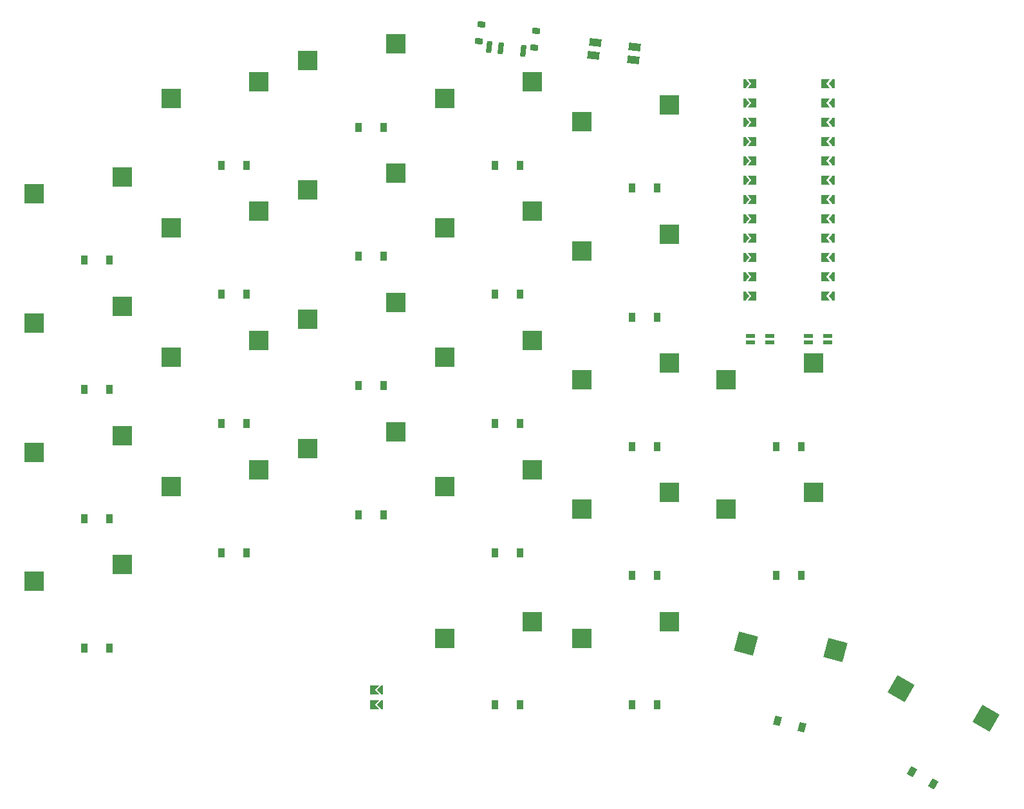
<source format=gbr>
%TF.GenerationSoftware,KiCad,Pcbnew,8.0.5-dirty*%
%TF.CreationDate,2024-10-12T09:21:06-05:00*%
%TF.ProjectId,sweeppp,73776565-7070-4702-9e6b-696361645f70,v1.0.0*%
%TF.SameCoordinates,Original*%
%TF.FileFunction,Paste,Top*%
%TF.FilePolarity,Positive*%
%FSLAX46Y46*%
G04 Gerber Fmt 4.6, Leading zero omitted, Abs format (unit mm)*
G04 Created by KiCad (PCBNEW 8.0.5-dirty) date 2024-10-12 09:21:06*
%MOMM*%
%LPD*%
G01*
G04 APERTURE LIST*
G04 Aperture macros list*
%AMRotRect*
0 Rectangle, with rotation*
0 The origin of the aperture is its center*
0 $1 length*
0 $2 width*
0 $3 Rotation angle, in degrees counterclockwise*
0 Add horizontal line*
21,1,$1,$2,0,0,$3*%
%AMFreePoly0*
4,1,6,0.250000,0.000000,-0.250000,-0.625000,-0.500000,-0.625000,-0.500000,0.625000,-0.250000,0.625000,0.250000,0.000000,0.250000,0.000000,$1*%
%AMFreePoly1*
4,1,6,0.500000,-0.625000,-0.650000,-0.625000,-0.150000,0.000000,-0.650000,0.625000,0.500000,0.625000,0.500000,-0.625000,0.500000,-0.625000,$1*%
%AMFreePoly2*
4,1,6,0.600000,-1.000000,0.000000,-0.400000,-0.600000,-1.000000,-0.600000,0.250000,0.600000,0.250000,0.600000,-1.000000,0.600000,-1.000000,$1*%
%AMFreePoly3*
4,1,6,0.600000,-0.200000,0.600000,-0.400000,-0.600000,-0.400000,-0.600000,-0.200000,0.000000,0.400000,0.600000,-0.200000,0.600000,-0.200000,$1*%
G04 Aperture macros list end*
%ADD10R,2.600000X2.600000*%
%ADD11R,0.900000X1.200000*%
%ADD12RotRect,0.900000X1.200000X345.000000*%
%ADD13RotRect,0.900000X1.200000X330.000000*%
%ADD14FreePoly0,180.000000*%
%ADD15FreePoly0,0.000000*%
%ADD16FreePoly1,180.000000*%
%ADD17FreePoly1,0.000000*%
%ADD18RotRect,2.600000X2.600000X345.000000*%
%ADD19R,1.200000X0.600000*%
%ADD20RotRect,2.600000X2.600000X330.000000*%
%ADD21FreePoly2,90.000000*%
%ADD22FreePoly3,90.000000*%
%ADD23RotRect,1.550000X1.000000X173.300000*%
%ADD24RotRect,1.000000X0.800000X173.300000*%
%ADD25RotRect,0.700000X1.500000X173.300000*%
G04 APERTURE END LIST*
D10*
%TO.C,S1*%
X100868928Y-90900575D03*
X89318928Y-93100575D03*
%TD*%
%TO.C,S23*%
X154868928Y-98400576D03*
X143318928Y-100600576D03*
%TD*%
%TO.C,S6*%
X118868928Y-61400574D03*
X107318928Y-63600574D03*
%TD*%
D11*
%TO.C,D18*%
X167943928Y-75350573D03*
X171243928Y-75350575D03*
%TD*%
D10*
%TO.C,S18*%
X172868926Y-64400576D03*
X161318926Y-66600576D03*
%TD*%
%TO.C,S15*%
X154868927Y-44400575D03*
X143318927Y-46600575D03*
%TD*%
D12*
%TO.C,D25*%
X187086193Y-111461463D03*
X190273749Y-112315563D03*
%TD*%
D11*
%TO.C,D17*%
X167943927Y-92350574D03*
X171243927Y-92350576D03*
%TD*%
D10*
%TO.C,S14*%
X154868927Y-61400576D03*
X143318927Y-63600576D03*
%TD*%
D13*
%TO.C,D26*%
X204747803Y-118112521D03*
X207605689Y-119762521D03*
%TD*%
D11*
%TO.C,D21*%
X186943929Y-92350574D03*
X190243929Y-92350576D03*
%TD*%
D10*
%TO.C,S7*%
X118868927Y-44400574D03*
X107318927Y-46600574D03*
%TD*%
D11*
%TO.C,D8*%
X113943927Y-38350574D03*
X117243927Y-38350576D03*
%TD*%
D10*
%TO.C,S13*%
X154868927Y-78400576D03*
X143318927Y-80600576D03*
%TD*%
D11*
%TO.C,D11*%
X131943928Y-50350575D03*
X135243928Y-50350577D03*
%TD*%
D14*
%TO.C,MCU1*%
X194093925Y-27650574D03*
X194093925Y-30190574D03*
X194093925Y-32730574D03*
X194093925Y-35270574D03*
X194093925Y-37810574D03*
X194093925Y-40350574D03*
X194093925Y-42890574D03*
X194093925Y-45430574D03*
X194093925Y-47970575D03*
X194093925Y-50510574D03*
X194093925Y-53050574D03*
X194093925Y-55590574D03*
D15*
X183093925Y-55590574D03*
X183093925Y-53050574D03*
X183093925Y-50510574D03*
X183093925Y-47970574D03*
X183093925Y-45430574D03*
X183093925Y-42890574D03*
X183093925Y-40350574D03*
X183093925Y-37810574D03*
X183093925Y-35270574D03*
X183093925Y-32730573D03*
X183093925Y-30190574D03*
X183093925Y-27650574D03*
D16*
X193368925Y-27650574D03*
X193368925Y-30190575D03*
X193368925Y-32730574D03*
X193368927Y-35270574D03*
X193368924Y-37810573D03*
X193368925Y-40350574D03*
X193368924Y-42890575D03*
X193368925Y-45430574D03*
X193368925Y-47970574D03*
X193368925Y-50510573D03*
X193368926Y-53050574D03*
X193368926Y-55590574D03*
D17*
X183818924Y-55590574D03*
X183818925Y-53050574D03*
X183818925Y-50510573D03*
X183818925Y-47970574D03*
X183818923Y-45430574D03*
X183818926Y-42890575D03*
X183818925Y-40350574D03*
X183818926Y-37810573D03*
X183818925Y-35270574D03*
X183818925Y-32730574D03*
X183818925Y-30190575D03*
X183818924Y-27650574D03*
%TD*%
D10*
%TO.C,S24*%
X172868929Y-98400576D03*
X161318929Y-100600576D03*
%TD*%
%TO.C,S5*%
X118868927Y-78400574D03*
X107318927Y-80600574D03*
%TD*%
%TO.C,S17*%
X172868929Y-81400576D03*
X161318929Y-83600576D03*
%TD*%
%TO.C,S3*%
X100868929Y-56900576D03*
X89318929Y-59100576D03*
%TD*%
D11*
%TO.C,D1*%
X95943927Y-101850574D03*
X99243927Y-101850576D03*
%TD*%
%TO.C,D12*%
X131943928Y-33350574D03*
X135243928Y-33350576D03*
%TD*%
%TO.C,D2*%
X95943929Y-84850576D03*
X99243929Y-84850578D03*
%TD*%
D10*
%TO.C,S2*%
X100868928Y-73900576D03*
X89318928Y-76100576D03*
%TD*%
D11*
%TO.C,D22*%
X186943927Y-75350573D03*
X190243927Y-75350575D03*
%TD*%
%TO.C,D7*%
X113943928Y-55350573D03*
X117243928Y-55350575D03*
%TD*%
%TO.C,D13*%
X149943927Y-89350575D03*
X153243927Y-89350577D03*
%TD*%
D10*
%TO.C,S12*%
X136868927Y-22400576D03*
X125318927Y-24600576D03*
%TD*%
D11*
%TO.C,D5*%
X113943926Y-89350574D03*
X117243926Y-89350576D03*
%TD*%
D18*
%TO.C,S25*%
X194677444Y-102159258D03*
X182951599Y-101294935D03*
%TD*%
D10*
%TO.C,S20*%
X172868928Y-30400575D03*
X161318928Y-32600575D03*
%TD*%
%TO.C,S9*%
X136868926Y-73400577D03*
X125318926Y-75600577D03*
%TD*%
D19*
%TO.C,DISP1*%
X183513929Y-61700573D03*
X186053929Y-61700573D03*
X191133928Y-61700573D03*
X193673928Y-61700572D03*
X183513928Y-60800574D03*
X186053928Y-60800573D03*
X191133928Y-60800574D03*
X193673928Y-60800573D03*
%TD*%
D10*
%TO.C,S4*%
X100868925Y-39900576D03*
X89318925Y-42100576D03*
%TD*%
%TO.C,S10*%
X136868928Y-56400573D03*
X125318928Y-58600573D03*
%TD*%
%TO.C,S8*%
X118868928Y-27400576D03*
X107318928Y-29600576D03*
%TD*%
D11*
%TO.C,D4*%
X95943927Y-50850576D03*
X99243927Y-50850578D03*
%TD*%
%TO.C,D19*%
X167943926Y-58350574D03*
X171243926Y-58350576D03*
%TD*%
D10*
%TO.C,S21*%
X191868927Y-81400574D03*
X180318927Y-83600574D03*
%TD*%
D20*
%TO.C,S26*%
X214487975Y-111092045D03*
X203385380Y-107222301D03*
%TD*%
D11*
%TO.C,D6*%
X113943928Y-72350574D03*
X117243928Y-72350576D03*
%TD*%
D10*
%TO.C,S19*%
X172868926Y-47400574D03*
X161318926Y-49600574D03*
%TD*%
D11*
%TO.C,D24*%
X167943929Y-109350574D03*
X171243929Y-109350576D03*
%TD*%
D10*
%TO.C,S16*%
X154868929Y-27400576D03*
X143318929Y-29600576D03*
%TD*%
D11*
%TO.C,D23*%
X149943927Y-109350574D03*
X153243927Y-109350576D03*
%TD*%
%TO.C,D14*%
X149943927Y-72350573D03*
X153243927Y-72350575D03*
%TD*%
%TO.C,D3*%
X95943928Y-67850574D03*
X99243928Y-67850576D03*
%TD*%
D10*
%TO.C,S22*%
X191868928Y-64400573D03*
X180318928Y-66600573D03*
%TD*%
D21*
%TO.C,JST1*%
X133777929Y-107350576D03*
X133777929Y-109350576D03*
D22*
X134793929Y-107350574D03*
X134793929Y-109350577D03*
%TD*%
D11*
%TO.C,D20*%
X167943927Y-41350574D03*
X171243927Y-41350576D03*
%TD*%
%TO.C,D15*%
X149943928Y-55350575D03*
X153243928Y-55350577D03*
%TD*%
%TO.C,D16*%
X149943930Y-38350575D03*
X153243930Y-38350577D03*
%TD*%
D23*
%TO.C,RST1*%
X168300172Y-22812641D03*
X168101831Y-24501032D03*
X163086027Y-22200120D03*
X162887686Y-23888511D03*
%TD*%
D11*
%TO.C,D10*%
X131943925Y-67350575D03*
X135243925Y-67350577D03*
%TD*%
D24*
%TO.C,PWR1*%
X147842265Y-22002319D03*
X155092411Y-22854015D03*
X148100107Y-19807412D03*
X155350253Y-20659107D03*
D25*
X153626136Y-23336237D03*
X150646624Y-22986224D03*
X149156868Y-22811219D03*
%TD*%
D10*
%TO.C,S11*%
X136868927Y-39400576D03*
X125318927Y-41600576D03*
%TD*%
D11*
%TO.C,D9*%
X131943927Y-84350572D03*
X135243927Y-84350574D03*
%TD*%
M02*

</source>
